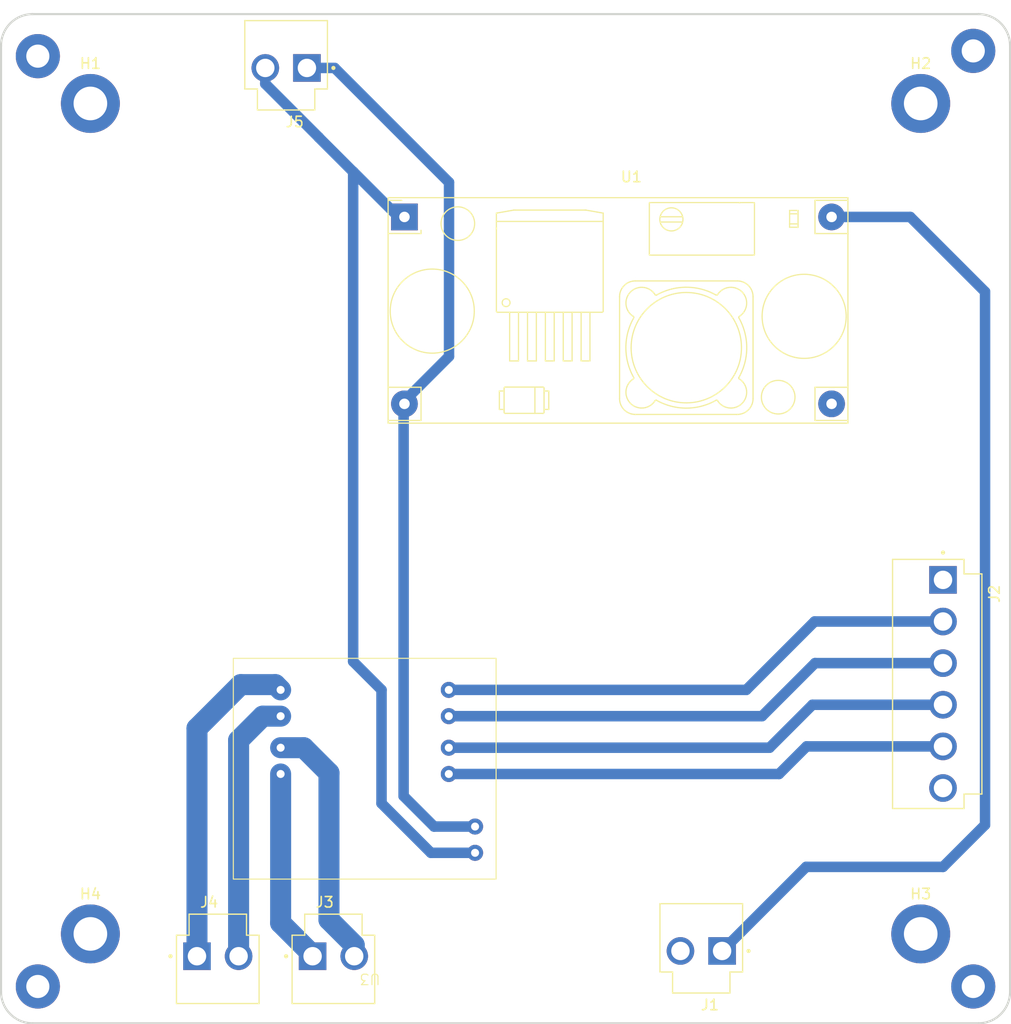
<source format=kicad_pcb>
(kicad_pcb (version 20240108) (generator "pcbnew") (generator_version "8.0")
  (layers (0 "F.Cu" signal) (31 "B.Cu" signal) (34 "B.Paste" user) (35 "F.Paste" user) (36 "B.SilkS" user "B.Silkscreen") (37 "F.SilkS" user "F.Silkscreen") (38 "B.Mask" user) (39 "F.Mask" user) (44 "Edge.Cuts" user))
  (net 0 "")
  (net 5 "GND")
  (net 6 "5V")
  (net 7 "IN1-A")
  (net 8 "IN2-A")
  (net 9 "PMW-A")
  (net 10 "IN3-B")
  (net 11 "PMW-B")
  (net 12 "IN4-B")
  (net 13 "OUT1")
  (net 14 "OUT2")
  (net 15 "OUT4")
  (net 16 "OUT3")
  (net 17 "9V")
  (net 18 "GND2")
  (footprint "importados:Mini Driver Motor Ponte H L298n" (layer "F.Cu") (at 132.1 137.2 180)
    (property "Reference" "U3" (at 0 -0.5 180) (layer "F.SilkS") (effects (font (thickness 0.1))))
    (property "Value" "~")
    (fp_rect (start -12 9) (end 13 30) (stroke (width 0.1)) (fill none) (layer "F.SilkS"))
    (pad "1" thru_hole circle (at -7.5 19 180) (size 1.524 1.524) (drill 0.762) (layers "*.Cu" "*.Mask") (net 7 "IN1-A"))
    (pad "2" thru_hole circle (at -7.5 21.5 180) (size 1.524 1.524) (drill 0.762) (layers "*.Cu" "*.Mask") (net 8 "IN2-A"))
    (pad "3" thru_hole circle (at -7.5 24.5 180) (size 1.524 1.524) (drill 0.762) (layers "*.Cu" "*.Mask") (net 10 "IN3-B"))
    (pad "4" thru_hole circle (at -7.5 27 180) (size 1.524 1.524) (drill 0.762) (layers "*.Cu" "*.Mask") (net 12 "IN4-B"))
    (pad "5" thru_hole circle (at -10 14 180) (size 1.524 1.524) (drill 0.762) (layers "*.Cu" "*.Mask") (net 18 "GND2"))
    (pad "6" thru_hole circle (at -10 11.5 180) (size 1.524 1.524) (drill 0.762) (layers "*.Cu" "*.Mask") (net 17 "9V"))
    (pad "7" thru_hole circle (at 8.5 19 180) (size 1.524 1.524) (drill 0.762) (layers "*.Cu" "*.Mask") (net 13 "OUT1"))
    (pad "8" thru_hole circle (at 8.5 21.5 180) (size 1.524 1.524) (drill 0.762) (layers "*.Cu" "*.Mask") (net 14 "OUT2"))
    (pad "9" thru_hole circle (at 8.5 24.5 180) (size 1.524 1.524) (drill 0.762) (layers "*.Cu" "*.Mask") (net 16 "OUT3"))
    (pad "10" thru_hole circle (at 8.5 27 180) (size 1.524 1.524) (drill 0.762) (layers "*.Cu" "*.Mask") (net 15 "OUT4"))
  )
  (footprint "MountingHole:MountingHole_3.2mm_M3_DIN965_Pad" (layer "F.Cu") (at 105.5 133.41408)
    (property "Reference" "H4" (at 0 -3.8 0) (layer "F.SilkS"))
    (property "Value" "MountingHole_Pad")
    (pad "1" thru_hole circle (at 0 0) (size 5.6 5.6) (drill 3.2) (layers "*.Cu" "*.Mask"))
  )
  (footprint "importados:JST_B2P-VH_LF__SN_" (layer "F.Cu") (at 128.62132 135.5354)
    (property "Reference" "J3" (at -0.825 -5.135 0) (layer "F.SilkS"))
    (property "Value" "B2P-VH_LF__SN_")
    (fp_line (start -3.93 -2) (end -3.93 4.5) (stroke (width 0.127)) (layer "F.SilkS"))
    (fp_line (start -3.93 4.5) (end 3.93 4.5) (stroke (width 0.127)) (layer "F.SilkS"))
    (fp_line (start -2.73 -4) (end -2.73 -2) (stroke (width 0.127)) (layer "F.SilkS"))
    (fp_line (start -2.73 -2) (end -3.93 -2) (stroke (width 0.127)) (layer "F.SilkS"))
    (fp_line (start 2.73 -4) (end -2.73 -4) (stroke (width 0.127)) (layer "F.SilkS"))
    (fp_line (start 2.73 -2) (end 2.73 -4) (stroke (width 0.127)) (layer "F.SilkS"))
    (fp_line (start 3.93 -2) (end 2.73 -2) (stroke (width 0.127)) (layer "F.SilkS"))
    (fp_line (start 3.93 4.5) (end 3.93 -2) (stroke (width 0.127)) (layer "F.SilkS"))
    (fp_circle (center -4.5 0) (end -4.4 0) (stroke (width 0.2)) (fill none) (layer "F.SilkS"))
    (pad "1" thru_hole rect (at -1.98 0) (size 2.625 2.625) (drill 1.75) (layers "*.Cu" "*.Mask") (net 13 "OUT1"))
    (pad "2" thru_hole circle (at 1.98 0) (size 2.625 2.625) (drill 1.75) (layers "*.Cu" "*.Mask") (net 14 "OUT2"))
  )
  (footprint "KiCad:YAAJ_DCDC_StepDown_LM2596" (layer "F.Cu") (at 135.38 65.21)
    (property "Reference" "U1" (at 21.59 -3.81 0) (layer "F.SilkS"))
    (property "Value" "YAAJ_DCDC_StepDown_LM2596" (hide yes))
    (fp_line (start -1.555 -1.835) (end -1.555 19.615) (stroke (width 0.12)) (layer "F.SilkS"))
    (fp_line (start -1.555 19.615) (end 42.195 19.615) (stroke (width 0.12)) (layer "F.SilkS"))
    (fp_line (start -1.55 -1.58) (end -0.25 -1.58) (stroke (width 0.12)) (layer "F.SilkS"))
    (fp_line (start -1.55 1.575) (end 1.58 1.58) (stroke (width 0.12)) (layer "F.SilkS"))
    (fp_line (start -1.55 16.2) (end 1.58 16.2) (stroke (width 0.12)) (layer "F.SilkS"))
    (fp_line (start -1.55 19.36) (end 1.58 19.36) (stroke (width 0.12)) (layer "F.SilkS"))
    (fp_line (start 1.58 1.27) (end 1.58 1.58) (stroke (width 0.12)) (layer "F.SilkS"))
    (fp_line (start 1.58 16.2) (end 1.58 19.36) (stroke (width 0.12)) (layer "F.SilkS"))
    (fp_line (start 8.749233 1.004149) (end 8.749233 1.165687) (stroke (width 0.12)) (layer "F.SilkS"))
    (fp_line (start 8.750233 -0.36239) (end 10.400233 -0.653329) (stroke (width 0.12)) (layer "F.SilkS"))
    (fp_line (start 8.750233 8.989106) (end 8.750233 -0.36239) (stroke (width 0.12)) (layer "F.SilkS"))
    (fp_line (start 8.750233 8.989106) (end 8.827797 9.06667) (stroke (width 0.12)) (layer "F.SilkS"))
    (fp_line (start 8.827797 9.06667) (end 18.83267 9.06667) (stroke (width 0.12)) (layer "F.SilkS"))
    (fp_line (start 9.031636 16.558217) (end 9.481636 16.558217) (stroke (width 0.12)) (layer "F.SilkS"))
    (fp_line (start 9.031636 18.308217) (end 9.031636 16.558217) (stroke (width 0.12)) (layer "F.SilkS"))
    (fp_line (start 9.481636 18.308217) (end 9.031636 18.308217) (stroke (width 0.12)) (layer "F.SilkS"))
    (fp_line (start 9.481636 18.583217) (end 9.481636 16.283217) (stroke (width 0.12)) (layer "F.SilkS"))
    (fp_line (start 9.581636 16.183217) (end 13.181636 16.183217) (stroke (width 0.12)) (layer "F.SilkS"))
    (fp_line (start 10.010233 13.69667) (end 10.010233 9.06667) (stroke (width 0.12)) (layer "F.SilkS"))
    (fp_line (start 10.010233 13.69667) (end 10.850233 13.69667) (stroke (width 0.12)) (layer "F.SilkS"))
    (fp_line (start 10.400233 -0.653329) (end 17.260233 -0.653329) (stroke (width 0.12)) (layer "F.SilkS"))
    (fp_line (start 10.850233 13.69667) (end 10.850233 9.06667) (stroke (width 0.12)) (layer "F.SilkS"))
    (fp_line (start 11.710233 13.69667) (end 11.710233 9.06667) (stroke (width 0.12)) (layer "F.SilkS"))
    (fp_line (start 11.710233 13.69667) (end 12.550233 13.69667) (stroke (width 0.12)) (layer "F.SilkS"))
    (fp_line (start 12.411358 16.283217) (end 12.411358 18.583217) (stroke (width 0.12)) (layer "F.SilkS"))
    (fp_line (start 12.550233 13.69667) (end 12.550233 9.06667) (stroke (width 0.12)) (layer "F.SilkS"))
    (fp_line (start 13.181636 18.683217) (end 9.581636 18.683217) (stroke (width 0.12)) (layer "F.SilkS"))
    (fp_line (start 13.281636 16.283217) (end 13.281636 18.583217) (stroke (width 0.12)) (layer "F.SilkS"))
    (fp_line (start 13.281636 16.558217) (end 13.731636 16.558217) (stroke (width 0.12)) (layer "F.SilkS"))
    (fp_line (start 13.282636 16.794696) (end 13.282636 16.700144) (stroke (width 0.12)) (layer "F.SilkS"))
    (fp_line (start 13.410233 13.69667) (end 13.410233 9.06667) (stroke (width 0.12)) (layer "F.SilkS"))
    (fp_line (start 13.410233 13.69667) (end 14.250233 13.69667) (stroke (width 0.12)) (layer "F.SilkS"))
    (fp_line (start 13.731636 16.558217) (end 13.731636 18.308217) (stroke (width 0.12)) (layer "F.SilkS"))
    (fp_line (start 13.731636 18.308217) (end 13.281636 18.308217) (stroke (width 0.12)) (layer "F.SilkS"))
    (fp_line (start 14.250233 13.69667) (end 14.250233 9.06667) (stroke (width 0.12)) (layer "F.SilkS"))
    (fp_line (start 15.110233 13.69667) (end 15.110233 9.06667) (stroke (width 0.12)) (layer "F.SilkS"))
    (fp_line (start 15.110233 13.69667) (end 15.950233 13.69667) (stroke (width 0.12)) (layer "F.SilkS"))
    (fp_line (start 15.950233 13.69667) (end 15.950233 9.06667) (stroke (width 0.12)) (layer "F.SilkS"))
    (fp_line (start 16.810233 13.69667) (end 16.810233 9.06667) (stroke (width 0.12)) (layer "F.SilkS"))
    (fp_line (start 16.810233 13.69667) (end 17.650233 13.69667) (stroke (width 0.12)) (layer "F.SilkS"))
    (fp_line (start 17.260233 -0.653329) (end 18.910233 -0.36239) (stroke (width 0.12)) (layer "F.SilkS"))
    (fp_line (start 17.650233 13.69667) (end 17.650233 9.06667) (stroke (width 0.12)) (layer "F.SilkS"))
    (fp_line (start 18.83267 9.06667) (end 18.910233 8.989106) (stroke (width 0.12)) (layer "F.SilkS"))
    (fp_line (start 18.910233 0.42667) (end 8.750233 0.42667) (stroke (width 0.12)) (layer "F.SilkS"))
    (fp_line (start 18.910233 8.989106) (end 18.910233 -0.36239) (stroke (width 0.12)) (layer "F.SilkS"))
    (fp_line (start 20.467397 7.585796) (end 20.467397 17.285796) (stroke (width 0.12)) (layer "F.SilkS"))
    (fp_line (start 21.967397 18.785796) (end 31.667397 18.785796) (stroke (width 0.12)) (layer "F.SilkS"))
    (fp_line (start 23.299783 3.582294) (end 23.299783 -1.317705) (stroke (width 0.12)) (layer "F.SilkS"))
    (fp_line (start 23.349783 -1.367705) (end 33.249783 -1.367705) (stroke (width 0.12)) (layer "F.SilkS"))
    (fp_line (start 24.336385 -0.0491) (end 24.360553 -0.017705) (stroke (width 0.12)) (layer "F.SilkS"))
    (fp_line (start 24.348594 0.007294) (end 24.324147 0.002062) (stroke (width 0.12)) (layer "F.SilkS"))
    (fp_line (start 24.348594 0.007294) (end 24.355764 -0.023925) (stroke (width 0.12)) (layer "F.SilkS"))
    (fp_line (start 24.348594 0.007294) (end 24.360553 -0.017705) (stroke (width 0.12)) (layer "F.SilkS"))
    (fp_line (start 24.360553 0.482294) (end 26.439014 0.482294) (stroke (width 0.12)) (layer "F.SilkS"))
    (fp_line (start 26.439014 -0.017705) (end 24.360553 -0.017705) (stroke (width 0.12)) (layer "F.SilkS"))
    (fp_line (start 31.667397 6.085796) (end 21.967397 6.085796) (stroke (width 0.12)) (layer "F.SilkS"))
    (fp_line (start 31.858978 -1.368705) (end 31.814106 -1.368705) (stroke (width 0.12)) (layer "F.SilkS"))
    (fp_line (start 31.942312 -1.368705) (end 31.908357 -1.368705) (stroke (width 0.12)) (layer "F.SilkS"))
    (fp_line (start 33.167397 17.285796) (end 33.167397 7.585796) (stroke (width 0.12)) (layer "F.SilkS"))
    (fp_line (start 33.249783 3.632294) (end 23.349783 3.632294) (stroke (width 0.12)) (layer "F.SilkS"))
    (fp_line (start 33.299783 -1.317705) (end 33.299783 3.582294) (stroke (width 0.12)) (layer "F.SilkS"))
    (fp_line (start 36.648681 -0.299704) (end 37.448681 -0.299704) (stroke (width 0.12)) (layer "F.SilkS"))
    (fp_line (start 36.648681 0.980295) (end 36.648681 -0.619704) (stroke (width 0.12)) (layer "F.SilkS"))
    (fp_line (start 37.448681 -0.619704) (end 36.648681 -0.619704) (stroke (width 0.12)) (layer "F.SilkS"))
    (fp_line (start 37.448681 -0.619704) (end 37.448681 0.980295) (stroke (width 0.12)) (layer "F.SilkS"))
    (fp_line (start 37.448681 0.660295) (end 36.648681 0.660295) (stroke (width 0.12)) (layer "F.SilkS"))
    (fp_line (start 37.448681 0.980295) (end 36.648681 0.980295) (stroke (width 0.12)) (layer "F.SilkS"))
    (fp_line (start 39.06 -1.58) (end 42.175 -1.58) (stroke (width 0.12)) (layer "F.SilkS"))
    (fp_line (start 39.06 1.58) (end 39.06 -1.58) (stroke (width 0.12)) (layer "F.SilkS"))
    (fp_line (start 39.06 1.58) (end 42.22 1.58) (stroke (width 0.12)) (layer "F.SilkS"))
    (fp_line (start 39.06 16.2) (end 42.175 16.2) (stroke (width 0.12)) (layer "F.SilkS"))
    (fp_line (start 39.06 19.36) (end 39.06 16.2) (stroke (width 0.12)) (layer "F.SilkS"))
    (fp_line (start 39.06 19.36) (end 42.175 19.36) (stroke (width 0.12)) (layer "F.SilkS"))
    (fp_line (start 42.195 -1.835) (end -1.555 -1.835) (stroke (width 0.12)) (layer "F.SilkS"))
    (fp_line (start 42.195 19.615) (end 42.195 -1.835) (stroke (width 0.12)) (layer "F.SilkS"))
    (fp_arc (start 9.481636 16.283217) (mid 9.510921 16.212508) (end 9.581636 16.183217) (stroke (width 0.12)) (layer "F.SilkS"))
    (fp_arc (start 9.581636 18.683217) (mid 9.510896 18.653941) (end 9.481636 18.583217) (stroke (width 0.12)) (layer "F.SilkS"))
    (fp_arc (start 13.181636 16.183217) (mid 13.252317 16.21252) (end 13.281636 16.283217) (stroke (width 0.12)) (layer "F.SilkS"))
    (fp_arc (start 13.281636 18.583217) (mid 13.252343 18.653929) (end 13.181636 18.683217) (stroke (width 0.12)) (layer "F.SilkS"))
    (fp_arc (start 20.467397 7.585796) (mid 20.906738 6.525137) (end 21.967397 6.085796) (stroke (width 0.12)) (layer "F.SilkS"))
    (fp_arc (start 21.781131 9.46601) (mid 21.825179 9.52623) (end 21.815218 9.600183) (stroke (width 0.12)) (layer "F.SilkS"))
    (fp_arc (start 21.781132 9.466011) (mid 21.514101 7.132501) (end 23.847611 7.399531) (stroke (width 0.12)) (layer "F.SilkS"))
    (fp_arc (start 21.815217 15.271409) (mid 21.825126 15.345337) (end 21.781132 15.405582) (stroke (width 0.12)) (layer "F.SilkS"))
    (fp_arc (start 21.815218 15.27141) (mid 21.067399 12.435797) (end 21.815218 9.600183) (stroke (width 0.12)) (layer "F.SilkS"))
    (fp_arc (start 21.967397 18.785796) (mid 20.90674 18.346455) (end 20.467397 17.285796) (stroke (width 0.12)) (layer "F.SilkS"))
    (fp_arc (start 23.299783 -1.317705) (mid 23.314428 -1.353063) (end 23.349783 -1.367705) (stroke (width 0.12)) (layer "F.SilkS"))
    (fp_arc (start 23.349783 3.632294) (mid 23.314441 3.617643) (end 23.299783 3.582294) (stroke (width 0.12)) (layer "F.SilkS"))
    (fp_arc (start 23.847611 17.472062) (mid 21.514153 17.739048) (end 21.781132 15.405582) (stroke (width 0.12)) (layer "F.SilkS"))
    (fp_arc (start 23.847611 17.472062) (mid 23.90785 17.428041) (end 23.981783 17.437976) (stroke (width 0.12)) (layer "F.SilkS"))
    (fp_arc (start 23.981783 7.433617) (mid 23.907854 7.443509) (end 23.847611 7.399531) (stroke (width 0.12)) (layer "F.SilkS"))
    (fp_arc (start 23.981784 7.433617) (mid 26.817398 6.685796) (end 29.653011 7.433617) (stroke (width 0.12)) (layer "F.SilkS"))
    (fp_arc (start 24.324148 0.462527) (mid 26.469639 -0.023582) (end 24.336385 0.51369) (stroke (width 0.12)) (layer "F.SilkS"))
    (fp_arc (start 29.653011 17.437976) (mid 26.817397 18.185797) (end 23.981783 17.437976) (stroke (width 0.12)) (layer "F.SilkS"))
    (fp_arc (start 29.653011 17.437976) (mid 29.726938 17.428069) (end 29.787183 17.472062) (stroke (width 0.12)) (layer "F.SilkS"))
    (fp_arc (start 29.787183 7.399531) (mid 29.726945 7.443551) (end 29.653011 7.433617) (stroke (width 0.12)) (layer "F.SilkS"))
    (fp_arc (start 29.787183 7.399531) (mid 32.120655 7.132547) (end 31.853662 9.466011) (stroke (width 0.12)) (layer "F.SilkS"))
    (fp_arc (start 31.667397 6.085796) (mid 32.728061 6.525135) (end 33.167397 7.585796) (stroke (width 0.12)) (layer "F.SilkS"))
    (fp_arc (start 31.819576 9.600183) (mid 32.567399 12.435797) (end 31.819576 15.27141) (stroke (width 0.12)) (layer "F.SilkS"))
    (fp_arc (start 31.819577 9.600184) (mid 31.809685 9.526255) (end 31.853662 9.466011) (stroke (width 0.12)) (layer "F.SilkS"))
    (fp_arc (start 31.853662 15.405582) (mid 32.120701 17.739101) (end 29.787183 17.472062) (stroke (width 0.12)) (layer "F.SilkS"))
    (fp_arc (start 31.853663 15.405583) (mid 31.809646 15.345344) (end 31.819576 15.27141) (stroke (width 0.12)) (layer "F.SilkS"))
    (fp_arc (start 33.167397 17.285796) (mid 32.728058 18.346458) (end 31.667397 18.785796) (stroke (width 0.12)) (layer "F.SilkS"))
    (fp_arc (start 33.249783 -1.367705) (mid 33.285151 -1.353067) (end 33.299783 -1.317705) (stroke (width 0.12)) (layer "F.SilkS"))
    (fp_arc (start 33.299783 3.582294) (mid 33.285139 3.617647) (end 33.249783 3.632294) (stroke (width 0.12)) (layer "F.SilkS"))
    (fp_circle (center 2.646666 8.957418) (end 6.646666 8.957418) (stroke (width 0.12)) (fill none) (layer "F.SilkS"))
    (fp_circle (center 5.08 0.635) (end 6.678999 0.635) (stroke (width 0.12)) (fill none) (layer "F.SilkS"))
    (fp_circle (center 9.673179 8.154594) (end 10.048179 8.154594) (stroke (width 0.12)) (fill none) (layer "F.SilkS"))
    (fp_circle (center 26.817397 12.435796) (end 32.067397 12.435796) (stroke (width 0.12)) (fill none) (layer "F.SilkS"))
    (fp_circle (center 35.56 17.145) (end 37.159 17.145) (stroke (width 0.12)) (fill none) (layer "F.SilkS"))
    (fp_circle (center 38.029307 9.455206) (end 42.029307 9.455206) (stroke (width 0.12)) (fill none) (layer "F.SilkS"))
    (pad "1" thru_hole rect (at 0 0) (size 2.54 2.54) (drill 1) (layers "*.Cu" "*.Mask") (net 17 "9V"))
    (pad "2" thru_hole circle (at 0 17.78) (size 2.54 2.54) (drill 1) (layers "*.Cu" "*.Mask") (net 18 "GND2"))
    (pad "3" thru_hole circle (at 40.64 17.78) (size 2.54 2.54) (drill 1) (layers "*.Cu" "*.Mask") (net 5 "GND"))
    (pad "4" thru_hole circle (at 40.64 0) (size 2.54 2.54) (drill 1) (layers "*.Cu" "*.Mask") (net 6 "5V"))
  )
  (footprint "importados:JST_B2P-VH_LF__SN_" (layer "F.Cu") (at 117.62132 135.5354)
    (property "Reference" "J4" (at -0.825 -5.135 0) (layer "F.SilkS"))
    (property "Value" "B2P-VH_LF__SN_")
    (fp_line (start -3.93 -2) (end -3.93 4.5) (stroke (width 0.127)) (layer "F.SilkS"))
    (fp_line (start -3.93 4.5) (end 3.93 4.5) (stroke (width 0.127)) (layer "F.SilkS"))
    (fp_line (start -2.73 -4) (end -2.73 -2) (stroke (width 0.127)) (layer "F.SilkS"))
    (fp_line (start -2.73 -2) (end -3.93 -2) (stroke (width 0.127)) (layer "F.SilkS"))
    (fp_line (start 2.73 -4) (end -2.73 -4) (stroke (width 0.127)) (layer "F.SilkS"))
    (fp_line (start 2.73 -2) (end 2.73 -4) (stroke (width 0.127)) (layer "F.SilkS"))
    (fp_line (start 3.93 -2) (end 2.73 -2) (stroke (width 0.127)) (layer "F.SilkS"))
    (fp_line (start 3.93 4.5) (end 3.93 -2) (stroke (width 0.127)) (layer "F.SilkS"))
    (fp_circle (center -4.5 0) (end -4.4 0) (stroke (width 0.2)) (fill none) (layer "F.SilkS"))
    (pad "1" thru_hole rect (at -1.98 0) (size 2.625 2.625) (drill 1.75) (layers "*.Cu" "*.Mask") (net 15 "OUT4"))
    (pad "2" thru_hole circle (at 1.98 0) (size 2.625 2.625) (drill 1.75) (layers "*.Cu" "*.Mask") (net 16 "OUT3"))
  )
  (footprint "MountingHole:MountingHole_3.2mm_M3_DIN965_Pad" (layer "F.Cu") (at 184.5 133.41408)
    (property "Reference" "H3" (at 0 -3.8 0) (layer "F.SilkS"))
    (property "Value" "MountingHole_Pad")
    (pad "1" thru_hole circle (at 0 0) (size 5.6 5.6) (drill 3.2) (layers "*.Cu" "*.Mask"))
  )
  (footprint "importados:JST_B2P-VH_LF__SN_" (layer "F.Cu") (at 163.62132 135.0354 180)
    (property "Reference" "J1" (at -0.825 -5.135 0) (layer "F.SilkS"))
    (property "Value" "B2P-VH_LF__SN_")
    (fp_line (start 3.93 4.5) (end 3.93 -2) (stroke (width 0.127)) (layer "F.SilkS"))
    (fp_line (start 3.93 -2) (end 2.73 -2) (stroke (width 0.127)) (layer "F.SilkS"))
    (fp_line (start 2.73 -2) (end 2.73 -4) (stroke (width 0.127)) (layer "F.SilkS"))
    (fp_line (start 2.73 -4) (end -2.73 -4) (stroke (width 0.127)) (layer "F.SilkS"))
    (fp_line (start -2.73 -2) (end -3.93 -2) (stroke (width 0.127)) (layer "F.SilkS"))
    (fp_line (start -2.73 -4) (end -2.73 -2) (stroke (width 0.127)) (layer "F.SilkS"))
    (fp_line (start -3.93 4.5) (end 3.93 4.5) (stroke (width 0.127)) (layer "F.SilkS"))
    (fp_line (start -3.93 -2) (end -3.93 4.5) (stroke (width 0.127)) (layer "F.SilkS"))
    (fp_circle (center -4.5 0) (end -4.4 0) (stroke (width 0.2)) (fill none) (layer "F.SilkS"))
    (pad "1" thru_hole rect (at -1.98 0 180) (size 2.625 2.625) (drill 1.75) (layers "*.Cu" "*.Mask") (net 6 "5V"))
    (pad "2" thru_hole circle (at 1.98 0 180) (size 2.625 2.625) (drill 1.75) (layers "*.Cu" "*.Mask") (net 5 "GND"))
  )
  (footprint "MountingHole:MountingHole_3.2mm_M3_DIN965_Pad" (layer "F.Cu") (at 184.5 54.41408)
    (property "Reference" "H2" (at 0 -3.8 0) (layer "F.SilkS"))
    (property "Value" "MountingHole_Pad")
    (pad "1" thru_hole circle (at 0 0) (size 5.6 5.6) (drill 3.2) (layers "*.Cu" "*.Mask"))
  )
  (footprint "MountingHole:MountingHole_3.2mm_M3_DIN965_Pad" (layer "F.Cu") (at 105.5 54.41408)
    (property "Reference" "H1" (at 0 -3.8 0) (layer "F.SilkS"))
    (property "Value" "MountingHole_Pad")
    (pad "1" thru_hole circle (at 0 0) (size 5.6 5.6) (drill 3.2) (layers "*.Cu" "*.Mask"))
  )
  (footprint "importados:JST_B6P-VH_LF__SN_" (layer "F.Cu") (at 186.62132 109.6354 -90)
    (property "Reference" "J2" (at -8.575 -4.885 90) (layer "F.SilkS"))
    (property "Value" "B6P-VH_LF__SN_")
    (fp_line (start -11.85 4.8) (end -11.85 -2) (stroke (width 0.127)) (layer "F.SilkS"))
    (fp_line (start 11.85 4.8) (end -11.85 4.8) (stroke (width 0.127)) (layer "F.SilkS"))
    (fp_line (start -11.85 -2) (end -10.47 -2) (stroke (width 0.127)) (layer "F.SilkS"))
    (fp_line (start -10.47 -2) (end -10.47 -3.7) (stroke (width 0.127)) (layer "F.SilkS"))
    (fp_line (start 10.47 -2) (end 11.85 -2) (stroke (width 0.127)) (layer "F.SilkS"))
    (fp_line (start 11.85 -2) (end 11.85 4.8) (stroke (width 0.127)) (layer "F.SilkS"))
    (fp_line (start -10.47 -3.7) (end 10.47 -3.7) (stroke (width 0.127)) (layer "F.SilkS"))
    (fp_line (start 10.47 -3.7) (end 10.47 -2) (stroke (width 0.127)) (layer "F.SilkS"))
    (fp_circle (center -12.5 0) (end -12.4 0) (stroke (width 0.2)) (fill none) (layer "F.SilkS"))
    (pad "1" thru_hole rect (at -9.9 0 270) (size 2.625 2.625) (drill 1.75) (layers "*.Cu" "*.Mask") (net 11 "PMW-B"))
    (pad "2" thru_hole circle (at -5.94 0 270) (size 2.625 2.625) (drill 1.75) (layers "*.Cu" "*.Mask") (net 12 "IN4-B"))
    (pad "3" thru_hole circle (at -1.98 0 270) (size 2.625 2.625) (drill 1.75) (layers "*.Cu" "*.Mask") (net 10 "IN3-B"))
    (pad "4" thru_hole circle (at 1.98 0 270) (size 2.625 2.625) (drill 1.75) (layers "*.Cu" "*.Mask") (net 8 "IN2-A"))
    (pad "5" thru_hole circle (at 5.94 0 270) (size 2.625 2.625) (drill 1.75) (layers "*.Cu" "*.Mask") (net 7 "IN1-A"))
    (pad "6" thru_hole circle (at 9.9 0 270) (size 2.625 2.625) (drill 1.75) (layers "*.Cu" "*.Mask") (net 9 "PMW-A"))
  )
  (footprint "importados:JST_B2P-VH_LF__SN_" (layer "F.Cu") (at 124.12132 51.0354 180)
    (property "Reference" "J5" (at -0.825 -5.135 0) (layer "F.SilkS"))
    (property "Value" "B2P-VH_LF__SN_")
    (fp_line (start 3.93 4.5) (end 3.93 -2) (stroke (width 0.127)) (layer "F.SilkS"))
    (fp_line (start 3.93 -2) (end 2.73 -2) (stroke (width 0.127)) (layer "F.SilkS"))
    (fp_line (start 2.73 -2) (end 2.73 -4) (stroke (width 0.127)) (layer "F.SilkS"))
    (fp_line (start 2.73 -4) (end -2.73 -4) (stroke (width 0.127)) (layer "F.SilkS"))
    (fp_line (start -2.73 -2) (end -3.93 -2) (stroke (width 0.127)) (layer "F.SilkS"))
    (fp_line (start -2.73 -4) (end -2.73 -2) (stroke (width 0.127)) (layer "F.SilkS"))
    (fp_line (start -3.93 4.5) (end 3.93 4.5) (stroke (width 0.127)) (layer "F.SilkS"))
    (fp_line (start -3.93 -2) (end -3.93 4.5) (stroke (width 0.127)) (layer "F.SilkS"))
    (fp_circle (center -4.5 0) (end -4.4 0) (stroke (width 0.2)) (fill none) (layer "F.SilkS"))
    (pad "1" thru_hole rect (at -1.98 0 180) (size 2.625 2.625) (drill 1.75) (layers "*.Cu" "*.Mask") (net 18 "GND2"))
    (pad "2" thru_hole circle (at 1.98 0 180) (size 2.625 2.625) (drill 1.75) (layers "*.Cu" "*.Mask") (net 17 "9V"))
  )
  (gr_arc (start 100 141.91408) (mid 97.878664 141.035398) (end 97 138.91408) (stroke (width 0.2)) (layer "Edge.Cuts"))
  (gr_line (start 193 48.91408) (end 193 138.91408) (stroke (width 0.2)) (layer "Edge.Cuts"))
  (gr_arc (start 190 45.91408) (mid 192.121305 46.792757) (end 193 48.91408) (stroke (width 0.2)) (layer "Edge.Cuts"))
  (gr_arc (start 193 138.91408) (mid 192.121326 141.035406) (end 190 141.91408) (stroke (width 0.2)) (layer "Edge.Cuts"))
  (gr_arc (start 97 48.91408) (mid 97.878686 46.792766) (end 100 45.91408) (stroke (width 0.2)) (layer "Edge.Cuts"))
  (gr_line (start 190 141.91408) (end 100 141.91408) (stroke (width 0.2)) (layer "Edge.Cuts"))
  (gr_line (start 97 138.91408) (end 97 48.91408) (stroke (width 0.2)) (layer "Edge.Cuts"))
  (gr_line (start 100 45.91408) (end 190 45.91408) (stroke (width 0.2)) (layer "Edge.Cuts"))
  (via (at 100.5 138.41408) (size 4.2) (drill 2.2) (layers "F.Cu" "B.Cu") (net 0))
  (via (at 189.5 138.41408) (size 4.2) (drill 2.2) (layers "F.Cu" "B.Cu") (net 0))
  (via (at 189.5 49.41408) (size 4.2) (drill 2.2) (layers "F.Cu" "B.Cu") (net 0))
  (via (at 100.5 49.91408) (size 4.2) (drill 2.2) (layers "F.Cu" "B.Cu") (net 0))
  (segment (start 190.62132 72.3254) (end 190.62132 123.0354) (width 1) (layer "B.Cu") (net 6))
  (segment (start 190.62132 72.3254) (end 183.50592 65.21) (width 1) (layer "B.Cu") (net 6))
  (segment (start 186.62132 127.0354) (end 173.60132 127.0354) (width 1) (layer "B.Cu") (net 6))
  (segment (start 183.50592 65.21) (end 176.02 65.21) (width 1) (layer "B.Cu") (net 6))
  (segment (start 190.62132 123.0354) (end 186.62132 127.0354) (width 1) (layer "B.Cu") (net 6))
  (segment (start 173.60132 127.0354) (end 165.60132 135.0354) (width 1) (layer "B.Cu") (net 6))
  (segment (start 171.01672 118.2) (end 139.6 118.2) (width 1) (layer "B.Cu") (net 7))
  (segment (start 173.64132 115.5754) (end 186.62132 115.5754) (width 1) (layer "B.Cu") (net 7))
  (segment (start 173.64132 115.5754) (end 171.01672 118.2) (width 1) (layer "B.Cu") (net 7))
  (segment (start 174.20132 111.6154) (end 186.62132 111.6154) (width 1) (layer "B.Cu") (net 8))
  (segment (start 170.11672 115.7) (end 139.6 115.7) (width 1) (layer "B.Cu") (net 8))
  (segment (start 174.20132 111.6154) (end 170.11672 115.7) (width 1) (layer "B.Cu") (net 8))
  (segment (start 169.4 112.7) (end 139.6 112.7) (width 1) (layer "B.Cu") (net 10))
  (segment (start 174.4446 107.6554) (end 169.4 112.7) (width 1) (layer "B.Cu") (net 10))
  (segment (start 186.62132 107.6554) (end 174.4446 107.6554) (width 1) (layer "B.Cu") (net 10))
  (segment (start 174.4046 103.6954) (end 167.9 110.2) (width 1) (layer "B.Cu") (net 12))
  (segment (start 186.62132 103.6954) (end 174.4046 103.6954) (width 1) (layer "B.Cu") (net 12))
  (segment (start 167.9 110.2) (end 139.6 110.2) (width 1) (layer "B.Cu") (net 12))
  (segment (start 126.7 135.47672) (end 126.64132 135.5354) (width 0.2) (layer "B.Cu") (net 13))
  (segment (start 123.6 118.2) (end 123.6 132.37672) (width 2) (layer "B.Cu") (net 13))
  (segment (start 123.6 132.37672) (end 126.7 135.47672) (width 2) (layer "B.Cu") (net 13))
  (segment (start 130.60132 135.5354) (end 130.6 135.53408) (width 1.5) (layer "B.Cu") (net 14))
  (segment (start 128.2 118.1) (end 125.8 115.7) (width 2) (layer "B.Cu") (net 14))
  (segment (start 128.2 132.06908) (end 128.2 118.1) (width 2) (layer "B.Cu") (net 14))
  (segment (start 130.6 134.46908) (end 128.2 132.06908) (width 2) (layer "B.Cu") (net 14))
  (segment (start 130.6 135.53408) (end 130.6 134.46908) (width 2) (layer "B.Cu") (net 14))
  (segment (start 125.8 115.7) (end 123.6 115.7) (width 2) (layer "B.Cu") (net 14))
  (segment (start 123.1 109.7) (end 119.8 109.7) (width 2) (layer "B.Cu") (net 15))
  (segment (start 119.8 109.7) (end 115.64132 113.85868) (width 2) (layer "B.Cu") (net 15))
  (segment (start 115.64132 113.85868) (end 115.64132 135.5354) (width 2) (layer "B.Cu") (net 15))
  (segment (start 123.6 110.2) (end 123.1 109.7) (width 2) (layer "B.Cu") (net 15))
  (segment (start 121.9 112.7) (end 119.60132 114.99868) (width 2) (layer "B.Cu") (net 16))
  (segment (start 119.60132 114.99868) (end 119.60132 135.5354) (width 2) (layer "B.Cu") (net 16))
  (segment (start 123.6 112.7) (end 121.9 112.7) (width 2) (layer "B.Cu") (net 16))
  (segment (start 130.5 60.91408) (end 130.51408 60.91408) (width 1) (layer "B.Cu") (net 17))
  (segment (start 130.51408 60.91408) (end 134.81 65.21) (width 1) (layer "B.Cu") (net 17))
  (segment (start 134.81 65.21) (end 135.38 65.21) (width 1) (layer "B.Cu") (net 17))
  (segment (start 127.23132 57.6454) (end 130.5 60.91408) (width 1) (layer "B.Cu") (net 17))
  (segment (start 133.2 121) (end 137.9 125.7) (width 1) (layer "B.Cu") (net 17))
  (segment (start 137.9 125.7) (end 142.1 125.7) (width 1) (layer "B.Cu") (net 17))
  (segment (start 130.5 60.91408) (end 130.5 107.5) (width 1) (layer "B.Cu") (net 17))
  (segment (start 130.5 107.5) (end 133.2 110.2) (width 1) (layer "B.Cu") (net 17))
  (segment (start 133.2 110.2) (end 133.2 121) (width 1) (layer "B.Cu") (net 17))
  (segment (start 127.23132 57.6454) (end 127.23132 57.6354) (width 1) (layer "B.Cu") (net 17))
  (segment (start 127.23132 57.6354) (end 122.14132 52.5454) (width 1) (layer "B.Cu") (net 17))
  (segment (start 122.14132 52.5454) (end 122.14132 51.0354) (width 1) (layer "B.Cu") (net 17))
  (segment (start 138.2 123.2) (end 135.30132 120.30132) (width 1) (layer "B.Cu") (net 18))
  (segment (start 128.7354 51.0354) (end 126.10132 51.0354) (width 1) (layer "B.Cu") (net 18))
  (segment (start 135.30132 120.30132) (end 135.30132 82.79868) (width 1) (layer "B.Cu") (net 18))
  (segment (start 135.30132 82.79868) (end 139.62132 78.47868) (width 1) (layer "B.Cu") (net 18))
  (segment (start 142.1 123.2) (end 138.2 123.2) (width 1) (layer "B.Cu") (net 18))
  (segment (start 139.62132 78.47868) (end 139.62132 61.92132) (width 1) (layer "B.Cu") (net 18))
  (segment (start 139.62132 61.92132) (end 128.7354 51.0354) (width 1) (layer "B.Cu") (net 18))
)
</source>
